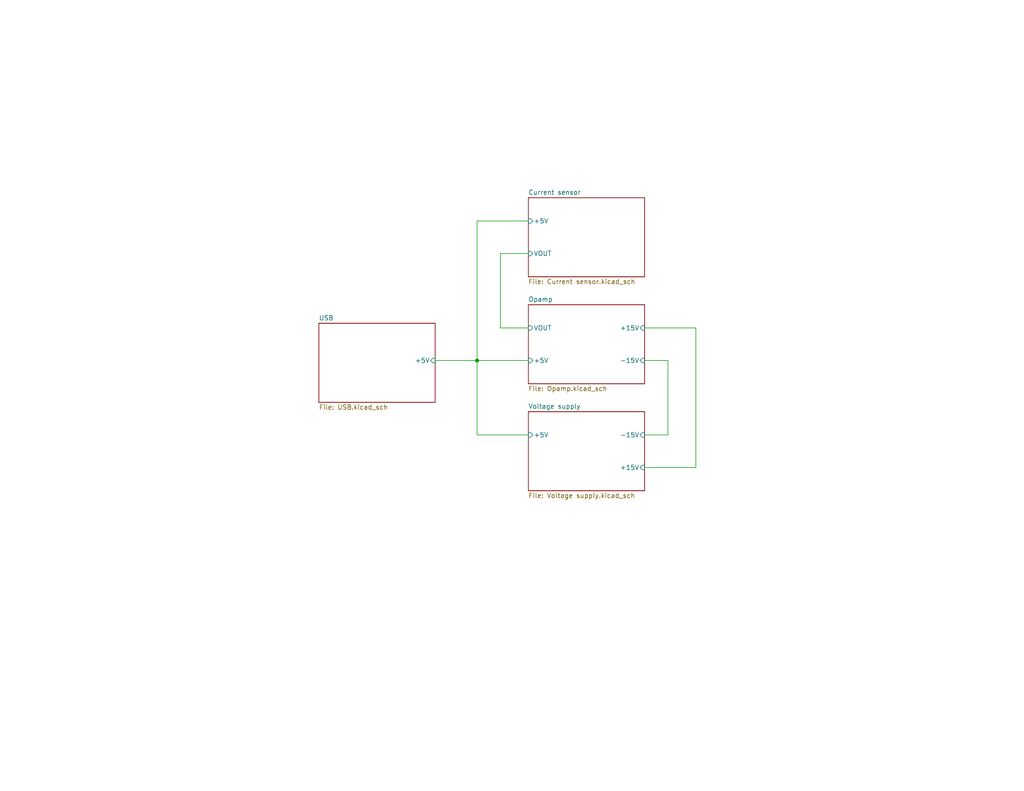
<source format=kicad_sch>
(kicad_sch (version 20211123) (generator eeschema)
  (paper "USLetter")
  (title_block (title "Current probe") (rev "1.0") (company "Cristóbal Cuevas Lagos"))
  (lib_symbols)
  (junction (at 130.175 98.425))
  (wire (pts (xy 189.865 127.635) (xy 175.895 127.635)))
  (wire (pts (xy 175.895 89.535) (xy 189.865 89.535)))
  (wire (pts (xy 175.895 118.745) (xy 182.245 118.745)))
  (wire (pts (xy 136.525 89.535) (xy 144.145 89.535)))
  (wire (pts (xy 144.145 69.215) (xy 136.525 69.215)))
  (wire (pts (xy 182.245 118.745) (xy 182.245 98.425)))
  (wire (pts (xy 136.525 69.215) (xy 136.525 89.535)))
  (wire (pts (xy 189.865 89.535) (xy 189.865 127.635)))
  (wire (pts (xy 118.745 98.425) (xy 130.175 98.425)))
  (wire (pts (xy 144.145 118.745) (xy 130.175 118.745)))
  (wire (pts (xy 182.245 98.425) (xy 175.895 98.425)))
  (wire (pts (xy 130.175 60.325) (xy 130.175 98.425)))
  (wire (pts (xy 144.145 60.325) (xy 130.175 60.325)))
  (wire (pts (xy 130.175 98.425) (xy 144.145 98.425)))
  (wire (pts (xy 130.175 118.745) (xy 130.175 98.425)))
  (sheet (at 144.145 53.975) (size 31.75 21.59)
    (property "Sheet name" "Current sensor" (at 144.145 53.2634 0) (effects (justify left bottom)))
    (property "Sheet file" "Current sensor.kicad_sch" (at 144.145 76.1496 0) (effects (justify left top)))
    (pin "VOUT" input (at 144.145 69.215 180))
    (pin "+5V" input (at 144.145 60.325 180))
  )
  (sheet (at 144.145 83.185) (size 31.75 21.59)
    (property "Sheet name" "Opamp" (at 144.145 82.4734 0) (effects (justify left bottom)))
    (property "Sheet file" "Opamp.kicad_sch" (at 144.145 105.3596 0) (effects (justify left top)))
    (pin "VOUT" input (at 144.145 89.535 180))
    (pin "+15V" input (at 175.895 89.535 0))
    (pin "-15V" input (at 175.895 98.425 0))
    (pin "+5V" input (at 144.145 98.425 180))
  )
  (sheet (at 144.145 112.395) (size 31.75 21.59)
    (property "Sheet name" "Voltage supply" (at 144.145 111.6834 0) (effects (justify left bottom)))
    (property "Sheet file" "Voltage supply.kicad_sch" (at 144.145 134.5696 0) (effects (justify left top)))
    (pin "+5V" input (at 144.145 118.745 180))
    (pin "+15V" input (at 175.895 127.635 0))
    (pin "-15V" input (at 175.895 118.745 0))
  )
  (sheet (at 86.995 88.265) (size 31.75 21.59)
    (property "Sheet name" "USB" (at 86.995 87.5534 0) (effects (justify left bottom)))
    (property "Sheet file" "USB.kicad_sch" (at 86.995 110.4396 0) (effects (justify left top)))
    (pin "+5V" input (at 118.745 98.425 0))
  )
)
</source>
